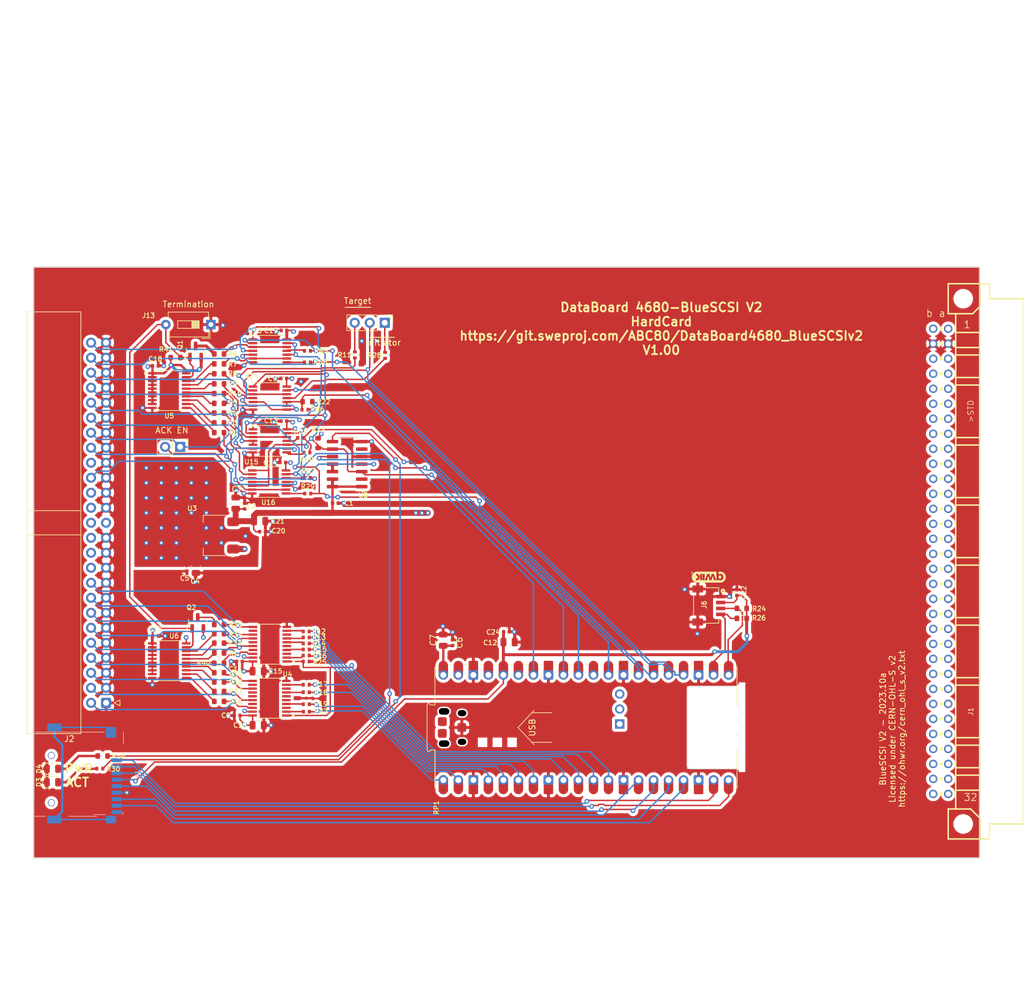
<source format=kicad_pcb>
(kicad_pcb
	(version 20240108)
	(generator "pcbnew")
	(generator_version "8.0")
	(general
		(thickness 1.6)
		(legacy_teardrops no)
	)
	(paper "A4")
	(title_block
		(title "4680-BlueSCSI V2, ")
		(date "2024-12-13")
		(rev "1.00")
		(company "SweProj.com")
	)
	(layers
		(0 "F.Cu" signal)
		(1 "In1.Cu" signal)
		(2 "In2.Cu" signal)
		(31 "B.Cu" signal)
		(32 "B.Adhes" user "B.Adhesive")
		(33 "F.Adhes" user "F.Adhesive")
		(34 "B.Paste" user)
		(35 "F.Paste" user)
		(36 "B.SilkS" user "B.Silkscreen")
		(37 "F.SilkS" user "F.Silkscreen")
		(38 "B.Mask" user)
		(39 "F.Mask" user)
		(40 "Dwgs.User" user "User.Drawings")
		(41 "Cmts.User" user "User.Comments")
		(42 "Eco1.User" user "User.Eco1")
		(43 "Eco2.User" user "User.Eco2")
		(44 "Edge.Cuts" user)
		(45 "Margin" user)
		(46 "B.CrtYd" user "B.Courtyard")
		(47 "F.CrtYd" user "F.Courtyard")
		(48 "B.Fab" user)
		(49 "F.Fab" user)
	)
	(setup
		(stackup
			(layer "F.SilkS"
				(type "Top Silk Screen")
			)
			(layer "F.Paste"
				(type "Top Solder Paste")
			)
			(layer "F.Mask"
				(type "Top Solder Mask")
				(thickness 0.01)
			)
			(layer "F.Cu"
				(type "copper")
				(thickness 0.035)
			)
			(layer "dielectric 1"
				(type "prepreg")
				(thickness 0.1)
				(material "FR4")
				(epsilon_r 4.5)
				(loss_tangent 0.02)
			)
			(layer "In1.Cu"
				(type "copper")
				(thickness 0.035)
			)
			(layer "dielectric 2"
				(type "core")
				(thickness 1.24)
				(material "FR4")
				(epsilon_r 4.5)
				(loss_tangent 0.02)
			)
			(layer "In2.Cu"
				(type "copper")
				(thickness 0.035)
			)
			(layer "dielectric 3"
				(type "prepreg")
				(thickness 0.1)
				(material "FR4")
				(epsilon_r 4.5)
				(loss_tangent 0.02)
			)
			(layer "B.Cu"
				(type "copper")
				(thickness 0.035)
			)
			(layer "B.Mask"
				(type "Bottom Solder Mask")
				(thickness 0.01)
			)
			(layer "B.Paste"
				(type "Bottom Solder Paste")
			)
			(layer "B.SilkS"
				(type "Bottom Silk Screen")
			)
			(copper_finish "None")
			(dielectric_constraints no)
		)
		(pad_to_mask_clearance 0)
		(allow_soldermask_bridges_in_footprints no)
		(aux_axis_origin 100 63.8)
		(pcbplotparams
			(layerselection 0x00010fc_ffffffff)
			(plot_on_all_layers_selection 0x0000000_00000000)
			(disableapertmacros no)
			(usegerberextensions no)
			(usegerberattributes yes)
			(usegerberadvancedattributes yes)
			(creategerberjobfile yes)
			(dashed_line_dash_ratio 12.000000)
			(dashed_line_gap_ratio 3.000000)
			(svgprecision 6)
			(plotframeref no)
			(viasonmask no)
			(mode 1)
			(useauxorigin no)
			(hpglpennumber 1)
			(hpglpenspeed 20)
			(hpglpendiameter 15.000000)
			(pdf_front_fp_property_popups yes)
			(pdf_back_fp_property_popups yes)
			(dxfpolygonmode yes)
			(dxfimperialunits yes)
			(dxfusepcbnewfont yes)
			(psnegative no)
			(psa4output no)
			(plotreference yes)
			(plotvalue yes)
			(plotfptext yes)
			(plotinvisibletext no)
			(sketchpadsonfab no)
			(subtractmaskfromsilk no)
			(outputformat 1)
			(mirror no)
			(drillshape 0)
			(scaleselection 1)
			(outputdirectory "gerber")
		)
	)
	(net 0 "")
	(net 1 "GND")
	(net 2 "+2V8")
	(net 3 "+5V")
	(net 4 "iATN")
	(net 5 "oIO")
	(net 6 "oREQ")
	(net 7 "oSEL")
	(net 8 "oBSY")
	(net 9 "SD_CLK")
	(net 10 "oCD_iSEL")
	(net 11 "ATN")
	(net 12 "BSY")
	(net 13 "DBP")
	(net 14 "ACK")
	(net 15 "RST")
	(net 16 "MSG")
	(net 17 "SEL")
	(net 18 "CD")
	(net 19 "REQ")
	(net 20 "IO")
	(net 21 "DB7")
	(net 22 "DB6")
	(net 23 "DB5")
	(net 24 "DB4")
	(net 25 "DB3")
	(net 26 "DB2")
	(net 27 "DB1")
	(net 28 "DB0")
	(net 29 "+3V3")
	(net 30 "oMSG_iBSY")
	(net 31 "+5F")
	(net 32 "SD_CMD_MOSI")
	(net 33 "DB4T")
	(net 34 "DB5T")
	(net 35 "DB6T")
	(net 36 "DB7T")
	(net 37 "DBPT")
	(net 38 "DB0T")
	(net 39 "DB1T")
	(net 40 "DB3T")
	(net 41 "DB2T")
	(net 42 "SD_D0_MISO")
	(net 43 "DBPTr")
	(net 44 "Net-(D3-A)")
	(net 45 "Net-(D4-A)")
	(net 46 "SD_D1")
	(net 47 "SD_D2")
	(net 48 "unconnected-(J2-Pin_22-Pad22)")
	(net 49 "unconnected-(J2-Pin_20-Pad20)")
	(net 50 "unconnected-(J2-Pin_25-Pad25)")
	(net 51 "SD_D3_CS")
	(net 52 "iRST")
	(net 53 "unconnected-(J2-Pin_24-Pad24)")
	(net 54 "iACK")
	(net 55 "unconnected-(J2-Pin_30-Pad30)")
	(net 56 "unconnected-(J2-Pin_28-Pad28)")
	(net 57 "unconnected-(J2-Pin_34-Pad34)")
	(net 58 "SCL")
	(net 59 "iSEL")
	(net 60 "TRM_ON_J")
	(net 61 "unconnected-(J4-SHIELD-Pad10)")
	(net 62 "unconnected-(J4-CD-Pad9)")
	(net 63 "unconnected-(U8-Pad2)")
	(net 64 "Net-(J10-Pin_3)")
	(net 65 "Net-(J10-Pin_1)")
	(net 66 "Net-(R56-Pad1)")
	(net 67 "Net-(U8-Pad11)")
	(net 68 "Net-(Q1-D)")
	(net 69 "iBSY")
	(net 70 "iCD")
	(net 71 "iMSG")
	(net 72 "iIO")
	(net 73 "oACK")
	(net 74 "iREQ")
	(net 75 "SDA")
	(net 76 "Net-(Q2-D)")
	(net 77 "Net-(U5-B8)")
	(net 78 "Net-(U5-B7)")
	(net 79 "Net-(U5-B6)")
	(net 80 "Net-(U5-B5)")
	(net 81 "Net-(U5-B1)")
	(net 82 "Net-(U5-B2)")
	(net 83 "Net-(U5-B3)")
	(net 84 "Net-(U5-B4)")
	(net 85 "Net-(RP1-G8)")
	(net 86 "Net-(RP1-G7)")
	(net 87 "Net-(RP1-G6)")
	(net 88 "Net-(RP1-G5)")
	(net 89 "Net-(RP1-G4)")
	(net 90 "Net-(RP1-G3)")
	(net 91 "!oBSY")
	(net 92 "Net-(RP1-G2)")
	(net 93 "Net-(RP1-G1)")
	(net 94 "Net-(RP1-G0)")
	(net 95 "Net-(RP1-G28)")
	(net 96 "unconnected-(RP1-ADC_VREF-Pad35)")
	(net 97 "unconnected-(RP1-3v3_EN-Pad37)")
	(net 98 "unconnected-(RP1-VSYS-Pad39)")
	(net 99 "unconnected-(RP1-RUN-Pad30)")
	(net 100 "unconnected-(U4-B5-Pad14)")
	(net 101 "unconnected-(U4-A5-Pad6)")
	(net 102 "USB_DM")
	(net 103 "USB_DP")
	(net 104 "ACKDr")
	(net 105 "Net-(R30-Pad1)")
	(net 106 "unconnected-(U8-Pad6)")
	(net 107 "unconnected-(U4-A2-Pad3)")
	(net 108 "unconnected-(U4-B4-Pad15)")
	(net 109 "unconnected-(U4-A7-Pad8)")
	(net 110 "unconnected-(U4-B2-Pad17)")
	(net 111 "unconnected-(U4-B7-Pad12)")
	(net 112 "unconnected-(U4-A4-Pad5)")
	(net 113 "unconnected-(U9-B7-Pad12)")
	(net 114 "unconnected-(U9-B4-Pad15)")
	(net 115 "unconnected-(U9-A2-Pad3)")
	(net 116 "unconnected-(U9-A7-Pad8)")
	(net 117 "unconnected-(U9-A4-Pad5)")
	(net 118 "unconnected-(U9-B2-Pad17)")
	(net 119 "unconnected-(J1-Pin_b9-PadB9)")
	(net 120 "unconnected-(J1-Pin_a26-PadA26)")
	(net 121 "unconnected-(J1-Pin_b18-PadB18)")
	(net 122 "unconnected-(J1-Pin_b4-PadB4)")
	(net 123 "unconnected-(J1-Pin_a28-PadA28)")
	(net 124 "unconnected-(J1-Pin_b3-PadB3)")
	(net 125 "unconnected-(J1-Pin_a19-PadA19)")
	(net 126 "unconnected-(J1-Pin_a8-PadA8)")
	(net 127 "unconnected-(J1-Pin_a17-PadA17)")
	(net 128 "unconnected-(J1-Pin_a9-PadA9)")
	(net 129 "unconnected-(J1-Pin_a22-PadA22)")
	(net 130 "unconnected-(J1-Pin_a30-PadA30)")
	(net 131 "unconnected-(J1-Pin_b12-PadB12)")
	(net 132 "unconnected-(J1-Pin_b23-PadB23)")
	(net 133 "unconnected-(J1-Pin_a27-PadA27)")
	(net 134 "unconnected-(J1-Pin_b11-PadB11)")
	(net 135 "unconnected-(J1-Pin_a5-PadA5)")
	(net 136 "unconnected-(J1-Pin_a3-PadA3)")
	(net 137 "unconnected-(J1-Pin_a10-PadA10)")
	(net 138 "unconnected-(J1-Pin_a4-PadA4)")
	(net 139 "unconnected-(J1-Pin_a13-PadA13)")
	(net 140 "unconnected-(J1-Pin_b26-PadB26)")
	(net 141 "unconnected-(J1-Pin_b20-PadB20)")
	(net 142 "unconnected-(J1-Pin_b22-PadB22)")
	(net 143 "unconnected-(J1-Pin_b28-PadB28)")
	(net 144 "unconnected-(J1-Pin_a15-PadA15)")
	(net 145 "unconnected-(J1-Pin_b19-PadB19)")
	(net 146 "unconnected-(J1-Pin_a7-PadA7)")
	(net 147 "unconnected-(J1-Pin_b6-PadB6)")
	(net 148 "unconnected-(J1-Pin_a12-PadA12)")
	(net 149 "unconnected-(J1-Pin_b25-PadB25)")
	(net 150 "unconnected-(J1-Pin_b30-PadB30)")
	(net 151 "unconnected-(J1-Pin_b1-PadB1)")
	(net 152 "unconnected-(J1-Pin_b21-PadB21)")
	(net 153 "unconnected-(J1-Pin_a25-PadA25)")
	(net 154 "unconnected-(J1-Pin_b29-PadB29)")
	(net 155 "unconnected-(J1-Pin_b17-PadB17)")
	(net 156 "unconnected-(J1-Pin_b7-PadB7)")
	(net 157 "unconnected-(J1-Pin_a18-PadA18)")
	(net 158 "unconnected-(J1-Pin_a20-PadA20)")
	(net 159 "unconnected-(J1-Pin_b15-PadB15)")
	(net 160 "unconnected-(J1-Pin_b32-PadB32)")
	(net 161 "unconnected-(J1-Pin_b8-PadB8)")
	(net 162 "unconnected-(J1-Pin_a6-PadA6)")
	(net 163 "unconnected-(J1-Pin_a23-PadA23)")
	(net 164 "unconnected-(J1-Pin_b27-PadB27)")
	(net 165 "unconnected-(J1-Pin_a1-PadA1)")
	(net 166 "unconnected-(J1-Pin_b13-PadB13)")
	(net 167 "unconnected-(J1-Pin_b16-PadB16)")
	(net 168 "unconnected-(J1-Pin_a14-PadA14)")
	(net 169 "unconnected-(J1-Pin_b5-PadB5)")
	(net 170 "unconnected-(J1-Pin_a32-PadA32)")
	(net 171 "unconnected-(J1-Pin_b10-PadB10)")
	(net 172 "unconnected-(J1-Pin_a16-PadA16)")
	(net 173 "unconnected-(J1-Pin_b14-PadB14)")
	(net 174 "unconnected-(J1-Pin_a11-PadA11)")
	(net 175 "unconnected-(J1-Pin_a21-PadA21)")
	(net 176 "unconnected-(J1-Pin_b24-PadB24)")
	(net 177 "unconnected-(J1-Pin_a29-PadA29)")
	(net 178 "unconnected-(J1-Pin_a24-PadA24)")
	(net 179 "Net-(U6-B3)")
	(net 180 "Net-(U6-B2)")
	(net 181 "Net-(U6-B1)")
	(net 182 "Net-(U6-B8)")
	(net 183 "Net-(U6-B7)")
	(net 184 "Net-(U6-B6)")
	(net 185 "Net-(U6-B5)")
	(net 186 "Net-(U6-B4)")
	(net 187 "unconnected-(RP1-ADC_VREF-Pad35)_1")
	(net 188 "unconnected-(RP1-VSYS-Pad39)_1")
	(net 189 "unconnected-(RP1-3v3_EN-Pad37)_1")
	(net 190 "unconnected-(RP1-RUN-Pad30)_1")
	(footprint "Capacitor_SMD:C_0805_2012Metric" (layer "F.Cu") (at 114.173 99.949 90))
	(footprint "Capacitor_SMD:C_0805_2012Metric" (layer "F.Cu") (at 107.442 110.81 -90))
	(footprint "Package_TO_SOT_SMD:SOT-223-3_TabPin2" (layer "F.Cu") (at 110.592 105.41 180))
	(footprint "Capacitor_SMD:C_0402_1005Metric" (layer "F.Cu") (at 131.036 99.949))
	(footprint "Capacitor_SMD:C_0402_1005Metric" (layer "F.Cu") (at 115.697 100.457 90))
	(footprint "Capacitor_SMD:C_0402_1005Metric" (layer "F.Cu") (at 105.918 110.97 -90))
	(footprint "Capacitor_SMD:C_0805_2012Metric" (layer "F.Cu") (at 160.4264 123.4694))
	(footprint "Resistor_SMD:R_0402_1005Metric" (layer "F.Cu") (at 126.1384 135.255 180))
	(footprint "Resistor_SMD:R_0603_1608Metric" (layer "F.Cu") (at 91.6686 142.748 180))
	(footprint "Resistor_SMD:R_0402_1005Metric" (layer "F.Cu") (at 125.9078 84.1248 180))
	(footprint "Resistor_SMD:R_0402_1005Metric" (layer "F.Cu") (at 91.186 144.8816 180))
	(footprint "Package_TO_SOT_SMD:SOT-23" (layer "F.Cu") (at 107.3912 74.2927 90))
	(footprint "Resistor_SMD:R_0603_1608Metric" (layer "F.Cu") (at 111.3793 128.6486))
	(footprint "Capacitor_SMD:C_0402_1005Metric" (layer "F.Cu") (at 100.612 122.428))
	(footprint "Resistor_SMD:R_0402_1005Metric" (layer "F.Cu") (at 126.113 125.73 180))
	(footprint "Resistor_SMD:R_0603_1608Metric" (layer "F.Cu") (at 111.379 84.709))
	(footprint "Resistor_SMD:R_0603_1608Metric" (layer "F.Cu") (at 199.788741 117.752345))
	(footprint "Resistor_SMD:R_0402_1005Metric" (layer "F.Cu") (at 126.2614 95.6564))
	(footprint "Connector_IDC:IDC-Header_2x25_P2.54mm_Horizontal" (layer "F.Cu") (at 92.25 133.75 180))
	(footprint "Resistor_SMD:R_0603_1608Metric" (layer "F.Cu") (at 111.3793 123.6448))
	(footprint "Package_SO:TSSOP-20_4.4x6.5mm_P0.65mm" (layer "F.Cu") (at 102.9385 80.895))
	(footprint "Resistor_SMD:R_0603_1608Metric" (layer "F.Cu") (at 111.3831 133.5))
	(footprint "Resistor_SMD:R_0603_1608Metric" (layer "F.Cu") (at 111.379 83.058))
	(footprint "Package_SO:TSSOP-14_4.4x5mm_P0.65mm" (layer "F.Cu") (at 119.9565 82.169))
	(footprint "BlackSASI:FAB64Q"
		(layer "F.Cu")
		(uuid "26208410-b861-443a-96ab-4be8c1b4e911")
		(at 237.25 109.8)
		(descr "<b>DIN 41612 CONNECTOR</b>\n<p>\nMale, 64 pins, type B, rows ab, grid 2.54 mm<br />\nFemale, 64 bits, type Q, rows ab, grid 2.54 mm<br />\nB mates with Q, but pin numbers reversed\n</p>")
		(property "Reference" "J1"
			(at 1.27 25.4 90)
			(layer "F.SilkS")
			(uuid "13087239-ed6a-43c7-b15a-24cec44e09eb")
			(effects
				(font
					(size 0.8 0.8)
					(thickness 0.12065)
				)
			)
		)
		(property "Value" "Conn_02x32_Row_Letter_First"
			(at 1.27 5.1054 90)
			(layer "F.Fab")
			(uuid "6247e465-381f-4619-8f0a-f9e43208278e")
			(effects
				(font
					(size 1.2065 1.2065)
					(thickness 0.12065)
				)
			)
		)
		(property "Footprint" "BlackSASI:FAB64Q"
			(at 0 0 0)
			(layer "F.Fab")
			(hide yes)
			(uuid "d027eda5-0b2f-421a-a229-90d8e6b161e1")
			(effects
				(font
					(size 1.27 1.27)
					(thickness 0.15)
				)
			)
		)
		(property "Datasheet" ""
			(at 0 0 0)
			(layer "F.Fab")
			(hide yes)
			(uuid "20ec8b47-169f-427a-a1cf-5fdfef213965")
			(effects
				(font
					(size 1.27 1.27)
					(thickness 0.15)
				)
			)
		)
		(property "Description" "Generic connector, double row, 02x32, row letter first pin numbering scheme (pin number consists of a letter for the row and a number for the pin index in this row. a1, ..., aN; b1, ..., bN), script generated (kicad-library-utils/schlib/autogen/connector/)"
			(at 0 0 0)
			(layer "F.Fab")
			(hide yes)
			(uuid "f08dad7b-b8e7-42e9-9ba5-c348c261e890")
			(effects
				(font
					(size 1.27 1.27)
					(thickness 0.15)
				)
			)
		)
		(property "JLC Part#" ""
			(at 0 0 0)
			(unlocked yes)
			(layer "F.Fab")
			(hide yes)
			(uuid "19db3a7e-b123-427f-a3fd-8724e1b058f8")
			(effects
				(font
					(size 1 1)
					(thickness 0.15)
				)
			)
		)
		(property ki_fp_filters "Connector*:*_2x??_*")
		(path "/f03a5fc0-9798-4033-842c-4371c8fa3a63/0da800b7-5ded-4613-a609-6dc6dede600b")
		(sheetname "SCSI_And_Power")
		(sheetfile "SCSI_And_Power.kicad_sch")
		(attr through_hole)
		(fp_line
			(start -2.54 -46.99)
			(end -2.54 -41.91)
			(stroke
				(width 0.254)
				(type solid)
			)
			(layer "F.SilkS")
			(uuid "7fe355ae-2b60-419b-8ca9-7b773909a919")
		)
		(fp_line
			(start -2.54 -41.91)
			(end -1.27 -41.91)
			(stroke
				(width 0.254)
				(type solid)
			)
			(layer "F.SilkS")
			(uuid "ca1eea0f-6eec-4e05-80d6-f9e06a356ad1")
		)
		(fp_line
			(start -2.54 41.91)
			(end -2.54 46.99)
			(stroke
				(width 0.254)
				(type solid)
			)
			(layer "F.SilkS")
			(uuid "747409f7-f7e6-403b-8eb1-5e72662ec4c1")
		)
		(fp_line
			(start -2.54 41.91)
			(end -1.27 41.91)
			(stroke
				(width 0.254)
				(type solid)
			)
			(layer "F.SilkS")
			(uuid "9d42bcf1-305e-4df9-9642-4a9807f0269d")
		)
		(fp_line
			(start -2.54 46.99)
			(end 2.8702 46.99)
			(stroke
				(width 0.254)
				(type solid)
			)
			(layer "F.SilkS")
			(uuid "3e519f2c-1d97-4dc1-b426-e217a2f6715a")
		)
		(fp_line
			(start -1.27 -41.91)
			(end -1.27 -38.735)
			(stroke
				(width 0.254)
				(type solid)
			)
			(layer "F.SilkS")
			(uuid "c29f44a0-7057-40a5-8b1b-3f708fc410d9")
		)
		(fp_line
			(start -1.27 -41.91)
			(end 1.6002 -41.91)
			(stroke
				(width 0.254)
				(type solid)
			)
			(layer "F.SilkS")
			(uuid "5e33f08f-357a-45af-be65-18a5f560d149")
		)
		(fp_line
			(start -1.27 -38.735)
			(end -1.27 -36.195)
			(stroke
				(width 0.254)
				(type solid)
			)
			(layer "F.SilkS")
			(uuid "a8d1c501-979d-45c0-a2d5-c4c5b1bffe42")
		)
		(fp_line
			(start -1.27 -36.195)
			(end -1.27 -34.925)
			(stroke
				(width 0.254)
				(type solid)
			)
			(layer "F.SilkS")
			(uuid "f1031821-08fa-43c6-a8ec-9ad6491f88ee")
		)
		(fp_line
			(start -1.27 -34.925)
			(end -1.27 -31.115)
			(stroke
				(width 0.254)
				(type solid)
			)
			(layer "F.SilkS")
			(uuid "9a4aa2cb-8636-47b9-9dc5-22e90707da90")
		)
		(fp_line
			(start -1.27 -31.115)
			(end -1.27 -29.845)
			(stroke
				(width 0.254)
				(type solid)
			)
			(layer "F.SilkS")
			(uuid "14b5d4bd-ef60-445b-9e3a-ff45b7e111f5")
		)
		(fp_line
			(start -1.27 -29.845)
			(end -1.27 -20.955)
			(stroke
				(width 0.254)
				(type solid)
			)
			(layer "F.SilkS")
			(uuid "020b770c-6288-4c35-a64d-cff6006c4bd6")
		)
		(fp_line
			(start -1.27 -20.955)
			(end -1.27 -19.685)
			(stroke
				(width 0.254)
				(type solid)
			)
			(layer "F.SilkS")
			(uuid "2a344c93-ff9a-4149-8601-597681d1c130")
		)
		(fp_line
			(start -1.27 -19.685)
			(end -1.27 -10.795)
			(stroke
				(width 0.254)
				(type solid)
			)
			(layer "F.SilkS")
			(uuid "3551ea3d-4a5a-4e7a-a9d1-e6cead56cfad")
		)
		(fp_line
			(start -1.27 -10.795)
			(end -1.27 -9.525)
			(stroke
				(width 0.254)
				(type solid)
			)
			(layer "F.SilkS")
			(uuid "c742c6fa-fe37-41fd-aa9c-94d9784ff366")
		)
		(fp_line
			(start -1.27 -9.525)
			(end -1.27 -0.635)
			(stroke
				(width 0.254)
				(type solid)
			)
			(layer "F.SilkS")
			(uuid "40802b4a-bde8-4270-b283-d48de14e2940")
		)
		(fp_line
			(start -1.27 -0.635)
			(end -1.27 0.635)
			(stroke
				(width 0.254)
				(type solid)
			)
			(layer "F.SilkS")
			(uuid "7e5e78a6-db3e-4d72-adea-da016d8b50b7")
		)
		(fp_line
			(start -1.27 0.635)
			(end -1.27 9.525)
			(stroke
				(width 0.254)
				(type solid)
			)
			(layer "F.SilkS")
			(uuid "ea9317b7-fbb6-45ef-9734-2d7e2d0c1c4b")
		)
		(fp_line
			(start -1.27 9.525)
			(end -1.27 10.795)
			(stroke
				(width 0.254)
				(type solid)
			)
			(layer "F.SilkS")
			(uuid "6ef6cc35-22ff-456b-b5ca-3e8989abc4aa")
		)
		(fp_line
			(start -1.27 10.795)
			(end -1.27 19.685)
			(stroke
				(width 0.254)
				(type solid)
			)
			(layer "F.SilkS")
			(uuid "c0acbf16-6105-4222-82c0-f139af1464df")
		)
		(fp_line
			(start -1.27 19.685)
			(end -1.27 20.955)
			(stroke
				(width 0.254)
				(type solid)
			)
			(layer "F.SilkS")
			(uuid "ca96b7e3-84a6-425e-99c0-0ce1c647a6e8")
		)
		(fp_line
			(start -1.27 20.955)
			(end -1.27 29.845)
			(stroke
				(width 0.254)
				(type solid)
			)
			(layer "F.SilkS")
			(uuid "330dbb8a-4b18-4a61-a1f3-037b91e215dc")
		)
		(fp_line
			(start -1.27 29.845)
			(end -1.27 31.115)
			(stroke
				(width 0.254)
				(type solid)
			)
			(layer "F.SilkS")
			(uuid "5fdf6a28-2b27-4159-81b7-ece58a025484")
		)
		(fp_line
			(start -1.27 31.115)
			(end -1.27 34.925)
			(stroke
				(width 0.254)
				(type solid)
			)
			(layer "F.SilkS")
			(uuid "a8229095-8e57-453a-8daa-5478505adf88")
		)
		(fp_line
			(start -1.27 34.925)
			(end -1.27 36.195)
			(stroke
				(width 0.254)
				(type solid)
			)
			(layer "F.SilkS")
			(uuid "9c3dcb23-dd18-4d3b-b295-374cc9954177")
		)
		(fp_line
			(start -1.27 36.195)
			(end -1.27 38.735)
			(stroke
				(width 0.254)
				(type solid)
			)
			(layer "F.SilkS")
			(uuid "11cd697a-6a19-477f-9092-fa42d0667cb8")
		)
		(fp_line
			(start -1.27 38.735)
			(end -1.27 41.91)
			(stroke
				(width 0.254)
				(type solid)
			)
			(layer "F.SilkS")
			(uuid "9b79be80-9070-4cf0-9b6c-38c0df5055cf")
		)
		(fp_line
			(start -1.27 41.91)
			(end 1.27 41.91)
			(stroke
				(width 0.254)
				(type solid)
			)
			(layer "F.SilkS")
			(uuid "1c46a719-d2b7-48f8-8b81-4ec08943bb79")
		)
		(fp_line
			(start 1.6002 -41.91)
			(end 2.8702 -43.18)
			(stroke
				(width 0.254)
				(type solid)
			)
			(layer "F.SilkS")
			(uuid "3c7a5e40-d751-48d1-9673-51392235952d")
		)
		(fp_line
			(start 2.794 -38.735)
			(end -1.27 -38.735)
			(stroke
				(width 0.254)
				(type solid)
			)
			(layer "F.SilkS")
			(uuid "68ca1535-9261-4efd-ad33-3c9298c72c97")
		)
		(fp_line
			(start 2.794 -38.735)
			(end 2.794 -36.195)
			(stroke
				(width 0.254)
				(type solid)
			)
			(layer "F.SilkS")
			(uuid "93d99937-4db7-46c9-a190-ef6e94f0e64e")
		)
		(fp_line
			(start 2.794 -36.195)
			(end -1.27 -36.195)
			(stroke
				(width 0.254)
				(type solid)
			)
			(layer "F.SilkS")
			(uuid "0bddc830-6382-4a58-acc2-8bbe88aedcbd")
		)
		(fp_line
			(start 2.794 -34.925)
			(end -1.27 -34.925)
			(stroke
				(width 0.254)
				(type solid)
			)
			(layer "F.SilkS")
			(uuid "55824bad-f6dc-45d6-9473-ae95904cd953")
		)
		(fp_line
			(start 2.794 -34.925)
			(end 2.794 -31.115)
			(stroke
				(width 0.254)
				(type solid)
			)
			(layer "F.SilkS")
			(uuid "013d383d-67b6-40f0-a5e6-8e72efd64702")
		)
		(fp_line
			(start 2.794 -31.115)
			(end -1.27 -31.115)
			(stroke
				(width 0.254)
				(type solid)
			)
			(layer "F.SilkS")
			(uuid "6cdb74f4-6802-4a22-b292-4f763b027661")
		)
		(fp_line
			(start 2.794 -29.845)
			(end -1.27 -29.845)
			(stroke
				(width 0.254)
				(type solid)
			)
			(layer "F.SilkS")
			(uuid "6d195c0a-c6b4-43ec-9385-cc27946e430f")
		)
		(fp_line
			(start 2.794 -29.845)
			(end 2.794 -20.955)
			(stroke
				(width 0.254)
				(type solid)
			)
			(layer "F.SilkS")
			(uuid "6c872904-2ec4-45bc-ab7f-1f7ec00fde5a")
		)
		(fp_line
			(start 2.794 -20.955)
			(end -1.27 -20.955)
			(stroke
				(width 0.254)
				(type solid)
			)
			(layer "F.SilkS")
			(uuid "689f1c0b-2b17-441f-8c9e-39f6ffbf693a")
		)
		(fp_line
			(start 2.794 -19.685)
			(end -1.27 -19.685)
			(stroke
				(width 0.254)
				(type solid)
			)
			(layer "F.SilkS")
			(uuid "24bb3102-572c-4d1c-9d25-68b2681b9739")
		)
		(fp_line
			(start 2.794 -19.685)
			(end 2.794 -10.795)
			(stroke
				(width 0.254)
				(type solid)
			)
			(layer "F.SilkS")
			(uuid "e2118888-8a24-4b1b-ab1d-84b68ac0f39a")
		)
		(fp_line
			(start 2.794 -10.795)
			(end -1.27 -10.795)
			(stroke
				(width 0.254)
				(type solid)
			)
			(layer "F.SilkS")
			(uuid "3fc71316-f997-4172-80b6-37c595c434cf")
		)
		(fp_line
			(start 2.794 -9.525)
			(end -1.27 -9.525)
			(stroke
				(width 0.254)
				(type solid)
			)
			(layer "F.SilkS")
			(uuid "61ccc254-1e50-4750-8b03-738a1ac652a4")
		)
		(fp_line
			(start 2.794 -9.525)
			(end 2.794 -0.635)
			(stroke
				(width 0.254)
				(type solid)
			)
			(layer "F.SilkS")
			(uuid "52a6bcc5-3aaf-4952-bad4-efc5c1b55344")
		)
		(fp_line
			(start 2.794 -0.635)
			(end -1.27 -0.635)
			(stroke
				(width 0.254)
				(type solid)
			)
			(layer "F.SilkS")
			(uuid "e83e3a9f-7c28-4fec-b426-63f479d77671")
		)
		(fp_line
			(start 2.794 0.635)
			(end -1.27 0.635)
			(stroke
				(width 0.254)
				(type solid)
			)
			(layer "F.SilkS")
			(uuid "92a2884d-a2bf-4eb4-a201-06aa63c126de")
		)
		(fp_line
			(start 2.794 0.635)
			(end 2.794 9.525)
			(stroke
				(width 0.254)
				(type solid)
			)
			(layer "F.SilkS")
			(uuid "b8574c7f-c44e-4fec-a696-ff4dbee517b5")
		)
		(fp_line
			(start 2.794 9.525)
			(end -1.27 9.525)
			(stroke
				(width 0.254)
				(type solid)
			)
			(layer "F.SilkS")
			(uuid "c46228b6-7b29-4579-a7ee-4c8152738428")
		)
		(fp_line
			(start 2.794 10.795)
			(end -1.27 10.795)
			(stroke
				(width 0.254)
				(type solid)
			)
			(layer "F.SilkS")
			(uuid "de80f79b-4205-4091-8116-30e6df6c0c1a")
		)
		(fp_line
			(start 2.794 10.795)
			(end 2.794 19.685)
			(stroke
				(width 0.254)
				(type solid)
			)
			(layer "F.SilkS")
			(uuid "05627e56-bbdf-4ee4-8bdb-2e5ebc14362e")
		)
		(fp_line
			(start 2.794 19.685)
			(end -1.27 19.685)
			(stroke
				(width 0.254)
				(type solid)
			)
			(layer "F.SilkS")
			(uuid "2b1fe4c1-610a-4cf2-8968-98e3f8f2297e")
		)
		(fp_line
			(start 2.794 20.955)
			(end -1.27 20.955)
			(stroke
				(width 0.254)
				(type solid)
			)
			(layer "F.SilkS")
			(uuid "3e3a18aa-eed5-4fa4-a364-5f1d07cb675b")
		)
		(fp_line
			(start 2.794 20.955)
			(end 2.794 29.845)
			(stroke
				(width 0.254)
				(type solid)
			)
			(layer "F.SilkS")
			(uuid "543e681b-53f9-4210-b717-ffc7b9d635af")
		)
		(fp_line
			(start 2.794 29.845)
			(end -1.27 29.845)
			(stroke
				(width 0.254)
				(type solid)
			)
			(layer "F.SilkS")
			(uuid "e7c3cca8-c65f-4cd8-8196-7c1dfd0377d8")
		)
		(fp_line
			(start 2.794 31.115)
			(end -1.27 31.115)
			(stroke
				(width 0.254)
				(type solid)
			)
			(layer "F.SilkS")
			(uuid "9497d1cb-95d7-4aa0-a530-4be000a8cc0d")
		)
		(fp_line
			(start 2.794 31.115)
			(end 2.794 34.925)
			(stroke
				(width 0.254)
				(type solid)
			)
			(layer "F.SilkS")
			(uuid "45eb00da-c09d-473a-bd8d-3cb78bb74aa9")
		)
		(fp_line
			(start 2.794 34.925)
			(end -1.27 34.925)
			(stroke
				(width 0.254)
				(type solid)
			)
			(layer "F.SilkS")
			(uuid "e0edd9a1-59d1-44b0-bb94-d6d8239984c3")
		)
		(fp_line
			(start 2.794 36.195)
			(end -1.27 36.195)
			(stroke
				(width 0.254)
				(type solid)
			)
			(layer "F.SilkS")
			(uuid "f2896169-8e41-4390-a888-a9e7a65ef6d5")
		)
		(fp_line
			(start 2.794 36.195)
			(end 2.794 38.735)
			(stroke
				(width 0.254)
				(type solid)
			)
			(layer "F.SilkS")
			(uuid "373eec37-a790-4669-8468-ce8556bad29b")
		)
		(fp_line
			(start 2.794 38.735)
			(end -1.27 38.735)
			(stroke
				(width 0.254)
				(type solid)
			)
			(layer "F.SilkS")
			(uuid "5fe06bb1-21c5-4f09-ba32-4f43d333198b")
		)
		(fp_line
			(start 2.794 50.0126)
			(end 2.794 -50.0126)
			(stroke
				(width 0.12)
				(type solid)
			)
			(layer "F.SilkS")
			(uuid "2f6da1a4-b087-474f-899c-9c0f0d191682")
		)
		(fp_line
			(start 2.8702 -46.99)
			(end -2.54 -46.99)
			(stroke
				(width 0.254)
				(type solid)
			)
			(layer "F.SilkS")
			(uuid "e087bc04-9ed9-44d3-9eee-6b1506d90c16")
		)
		(fp_line
			(start 2.8702 -43.18)
			(end 2.8702 -46.99)
			(stroke
				(width 0.254)
				(type solid)
			)
			(layer "F.SilkS")
			(uuid "e45100a3-ad86-44da-9755-4bd83fc098a3")
		)
		(fp_line
			(start 2.8702 43.5102)
			(end 1.27 41.91)
			(stroke
				(width 0.254)
				(type solid)
			)
			(layer "F.SilkS")
			(uuid "2038847f-e0e4-4fa9-b5a7-0fa481e0c396")
		)
		(fp_line
			(start 2.8702 43.5102)
			(end 2.8702 46.99)
			(stroke
				(width 0.254)
				(type solid)
			)
			(layer "F.SilkS")
			(uuid "a7e6f98d-c6e0-4296-b20e-2e55d4ce2492")
		)
		(fp_line
			(start 2.8702 46.99)
			(end 4.445 46.99)
			(stroke
				(width 0.254)
				(type solid)
			)
			(layer "F.SilkS")
			(uuid "2e6df4de-7da2-488f-a682-d2816290f0e5")
		)
		(fp_line
			(start 4.445 -46.99)
			(end 2.8702 -46.99)
			(stroke
				(width 0.254)
				(type solid)
			)
			(layer "F.SilkS")
			(uuid "a5cff852-192d-4a28-8ee3-35be4d64236e")
		)
		(fp_line
			(start 4.445 -44.45)
			(end 4.445 -46.99)
			(stroke
				(width 0.254)
				(type solid)
			)
			(layer "F.SilkS")
			(uuid "c1ba7f98-1abb-458b-89ea-8ab8853b1e3a")
		)
		(fp_line
			(start 4.445 44.45)
			(end 10.16 44.45)
			(stroke
				(width 0.254)
				(type solid)
			)
			(layer "F.SilkS")
			(uuid "bf3a9abd-cc45-443e-b159-9c0020e2dd45")
		)
		(fp_line
			(start 4.445 46.99)
			(end 4.445 44.45)
			(stroke
				(width 0.254)
				(type solid)
			)
			(layer "F.SilkS")
			(uuid "4845cc1e-fbe1-4db1-8065-b3a59339efc6")
		)
		(fp_line
			(start 10.16 -44.45)
			(end 4.445 -44.45)
			(stroke
				(width 0.254)
				(type solid)
			)
			(layer "F.SilkS")
			(uuid "57f0b5f6-945b-433b-b255-94845596ec53")
		)
		(fp_line
			(start 10.16 44.45)
			(end 10.16 -44.45)
			(stroke
				(width 0.254)
				(type solid)
			)
			(layer "F.SilkS")
			(uuid "abc8892c-a38a-474c-9383-5712a75279f8")
		)
		(fp_circle
			(center 0 -44.45)
			(end 1.27 -44.45)
			(stroke
				(width 0.254)
				(type solid)
			)
			(fill none)
			(layer "F.SilkS")
			(uuid "0384e95f-b817-4fce-b670-596013b251c1")
		)
		(fp_circle
			(center 0 44.45)
			(end 1.27 44.45)
			(stroke
				(width 0.254)
				(type solid)
			)
			(fill none)
			(layer "F.SilkS")
			(uuid "bc197296-be97-4188-b31a-4765fffc8da7")
		)
		(fp_poly
			(pts
				(xy -4.191 -39.116) (xy -3.429 -39.116) (xy -3.429 -39.624) (xy -4.191 -39.624)
			)
			(stroke
				(width 0)
				(type solid)
			)
			(fill solid)
			(layer "F.SilkS")
			(uuid "cfed0a5a-e5a1-4ecb-9ac3-fa0b53f6680f")
		)
		(fp_poly
			(pts
				(xy -4.191 -36.576) (xy -3.429 -36.576) (xy -3.429 -37.084) (xy -4.191 -37.084)
			)
			(stroke
				(width 0)
				(type solid)
			)
			(fill solid)
			(layer "F.SilkS")
			(uuid "fff05cc0-bc44-495a-acd4-e1c850513e5d")
		)
		(fp_poly
			(pts
				(xy -4.191 -34.036) (xy -3.429 -34.036) (xy -3.429 -34.544) (xy -4.191 -34.544)
			)
			(stroke
				(width 0)
				(type solid)
			)
			(fill solid)
			(layer "F.SilkS")
			(uuid "756bc392-a319-41f8-949a-44f46ce46f59")
		)
		(fp_poly
			(pts
				(xy -4.191 -31.496) (xy -3.429 -31.496) (xy -3.429 -32.004) (xy -4.191 -32.004)
			)
			(stroke
				(width 0)
				(type solid)
			)
			(fill solid)
			(layer "F.SilkS")
			(uuid "54c521e8-670b-4b3e-a5d6-1934970a1771")
		)
		(fp_poly
			(pts
				(xy -4.191 -28.956) (xy -3.429 -28.956) (xy -3.429 -29.464) (xy -4.191 -29.464)
			)
			(stroke
				(width 0)
				(type solid)
			)
			(fill solid)
			(layer "F.SilkS")
			(uuid "23c9f790-0f57-4ec9-8cce-601fd01800c2")
		)
		(fp_poly
			(pts
				(xy -4.191 -26.416) (xy -3.429 -26.416) (xy -3.429 -26.924) (xy -4.191 -26.924)
			)
			(stroke
				(width 0)
				(type solid)
			)
			(fill solid)
			(layer "F.SilkS")
			(uuid "4a797197-9f15-4c65-8c33-433987a8ad6e")
		)
		(fp_poly
			(pts
				(xy -4.191 -23.876) (xy -3.429 -23.876) (xy -3.429 -24.384) (xy -4.191 -24.384)
			)
			(stroke
				(width 0)
				(type solid)
			)
			(fill solid)
			(layer "F.SilkS")
			(uuid "9a598164-3961-4fa6-a42c-aae4a22bda37")
		)
		(fp_poly
			(pts
				(xy -4.191 -21.336) (xy -3.429 -21.336) (xy -3.429 -21.844) (xy -4.191 -21.844)
			)
			(stroke
				(width 0)
				(type solid)
			)
			(fill solid)
			(layer "F.SilkS")
			(uuid "b03c16e8-1399-487b-8c1a-3e40a9372f1f")
		)
		(fp_poly
			(pts
				(xy -4.191 -18.796) (xy -3.429 -18.796) (xy -3.429 -19.304) (xy -4.191 -19.304)
			)
			(stroke
				(width 0)
				(type solid)
			)
			(fill solid)
			(layer "F.SilkS")
			(uuid "5c556d2c-ea83-49a3-a433-d9915ce5722f")
		)
		(fp_poly
			(pts
				(xy -4.191 -16.256) (xy -3.429 -16.256) (xy -3.429 -16.764) (xy -4.191 -16.764)
			)
			(stroke
				(width 0)
				(type solid)
			)
			(fill solid)
			(layer "F.SilkS")
			(uuid "1ad594cd-9d37-4030-91fc-d33c511b04ad")
		)
		(fp_poly
			(pts
				(xy -4.191 -13.716) (xy -3.429 -13.716) (xy -3.429 -14.224) (xy -4.191 -14.224)
			)
			(stroke
				(width 0)
				(type solid)
			)
			(fill solid)
			(layer "F.SilkS")
			(uuid "fd6e869f-ff83-4e3d-90e2-3215758f2ba6")
		)
		(fp_poly
			(pts
				(xy -4.191 -11.176) (xy -3.429 -11.176) (xy -3.429 -11.684) (xy -4.191 -11.684)
			)
			(stroke
				(width 0)
				(type solid)
			)
			(fill solid)
			(layer "F.SilkS")
			(uuid "0df4f498-a6f0-4536-966c-94c2816936c5")
		)
		(fp_poly
			(pts
				(xy -4.191 -8.636) (xy -3.429 -8.636) (xy -3.429 -9.144) (xy -4.191 -9.144)
			)
			(stroke
				(width 0)
				(type solid)
			)
			(fill solid)
			(layer "F.SilkS")
			(uuid "ec4ab9eb-a71a-45bf-94a4-4084a4073678")
		)
		(fp_poly
			(pts
				(xy -4.191 -6.096) (xy -3.429 -6.096) (xy -3.429 -6.604) (xy -4.191 -6.604)
			)
			(stroke
				(width 0)
				(type solid)
			)
			(fill solid)
			(layer "F.SilkS")
			(uuid "46da58b4-4f1a-4336-94fb-4e57e3630de0")
		)
		(fp_poly
			(pts
				(xy -4.191 -3.556) (xy -3.429 -3.556) (xy -3.429 -4.064) (xy -4.191 -4.064)
			)
			(stroke
				(width 0)
				(type solid)
			)
			(fill solid)
			(layer "F.SilkS")
			(uuid "33c6b068-8e36-4b9b-9c97-9e20eb62cff6")
		)
		(fp_poly
			(pts
				(xy -4.191 -1.016) (xy -3.429 -1.016) (xy -3.429 -1.524) (xy -4.191 -1.524)
			)
			(stroke
				(width 0)
				(type solid)
			)
			(fill solid)
			(layer "F.SilkS")
			(uuid "b156e0ef-0309-4b15-9bda-f56a1ef37688")
		)
		(fp_poly
			(pts
				(xy -4.191 1.524) (xy -3.429 1.524) (xy -3.429 1.016) (xy -4.191 1.016)
			)
			(stroke
				(width 0)
				(type solid)
			)
			(fill solid)
			(layer "F.SilkS")
			(uuid "663b9166-8708-4062-b82f-89a4d86c247b")
		)
		(fp_poly
			(pts
				(xy -4.191 4.064) (xy -3.429 4.064) (xy -3.429 3.556) (xy -4.191 3.556)
			)
			(stroke
				(width 0)
				(type solid)
			)
			(fill solid)
			(layer "F.SilkS")
			(uuid "26ee9e88-eb4b-48a6-b3fd-20316d735a03")
		)
		(fp_poly
			(pts
				(xy -4.191 6.604) (xy -3.429 6.604) (xy -3.429 6.096) (xy -4.191 6.096)
			)
			(stroke
				(width 0)
				(type solid)
			)
			(fill solid)
			(layer "F.SilkS")
			(uuid "5bd22dfd-4066-4e94-b273-69eb096a7940")
		)
		(fp_poly
			(pts
				(xy -4.191 9.144) (xy -3.429 9.144) (xy -3.429 8.636) (xy -4.191 8.636)
			)
			(stroke
				(width 0)
				(type solid)
			)
			(fill solid)
			(layer "F.SilkS")
			(uuid "f56b86f4-b0c0-42f8-839a-0bd677a77e23")
		)
		(fp_poly
			(pts
				(xy -4.191 11.684) (xy -3.429 11.684) (xy -3.429 11.176) (xy -4.191 11.176)
			)
			(stroke
				(width 0)
				(type solid)
			)
			(fill solid)
			(layer "F.SilkS")
			(uuid "9f64ab02-b0bd-4902-9062-503b70213721")
		)
		(fp_poly
			(pts
				(xy -4.191 14.224) (xy -3.429 14.224) (xy -3.429 13.716) (xy -4.191 13.716)
			)
			(stroke
				(width 0)
				(type solid)
			)
			(fill solid)
			(layer "F.SilkS")
			(uuid "0b1cdcc7-c7da-445d-9cbf-8fd33cc042b2")
		)
		(fp_poly
			(pts
				(xy -4.191 16.764) (xy -3.429 16.764) (xy -3.429 16.256) (xy -4.191 16.256)
			)
			(stroke
				(width 0)
				(type solid)
			)
			(fill solid)
			(layer "F.SilkS")
			(uuid "2c050c16-48fc-457f-b017-34af5c29b51b")
		)
		(fp_poly
			(pts
				(xy -4.191 19.304) (xy -3.429 19.304) (xy -3.429 18.796) (xy -4.191 18.796)
			)
			(stroke
				(width 0)
				(type solid)
			)
			(fill solid)
			(layer "F.SilkS")
			(uuid "ba535179-8df8-4d67-84a8-fa4cb0f064de")
		)
		(fp_poly
			(pts
				(xy -4.191 21.844) (xy -3.429 21.844) (xy -3.429 21.336) (xy -4.191 21.336)
			)
			(stroke
				(width 0)
				(type solid)
			)
			(fill solid)
			(layer "F.SilkS")
			(uuid "243698c6-e129-4b49-ac38-d8dd615f6a5b")
		)
		(fp_poly
			(pts
				(xy -4.191 24.384) (xy -3.429 24.384) (xy -3.429 23.876) (xy -4.191 23.876)
			)
			(stroke
				(width 0)
				(type solid)
			)
			(fill solid)
			(layer "F.SilkS")
			(uuid "4bae73d7-5cf8-4b8e-875e-f86c72c26f1a")
		)
		(fp_poly
			(pts
				(xy -4.191 26.924) (xy -3.429 26.924) (xy -3.429 26.416) (xy -4.191 26.416)
			)
			(stroke
				(width 0)
				(type solid)
			)
			(fill solid)
			(layer "F.SilkS")
			(uuid "612cb10f-44b7-4ca7-b618-4a0ae8127ec3")
		)
		(fp_poly
			(pts
				(xy -4.191 29.464) (xy -3.429 29.464) (xy -3.429 28.956) (xy -4.191 28.956)
			)
			(stroke
				(width 0)
				(type solid)
			)
			(fill solid)
			(layer "F.SilkS")
			(uuid "44930c6c-f7a1-4bcb-972e-f5a0b6a0bf33")
		)
		(fp_poly
			(pts
				(xy -4.191 32.004) (xy -3.429 32.004) (xy -3.429 31.496) (xy -4.191 31.496)
			)
			(stroke
				(width 0)
				(type solid)
			)
			(fill solid)
			(layer "F.SilkS")
			(uuid "11bb1f97-21d9-4e1c-bbfa-861b9a960652")
		)
		(fp_poly
			(pts
				(xy -4.191 34.544) (xy -3.429 34.544) (xy -3.429 34.036) (xy -4.191 34.036)
			)
			(stroke
				(width 0)
				(type solid)
			)
			(fill solid)
			(layer "F.SilkS")
			(uuid "e6828d35-10fd-4c45-9d3c-05e4e5a0facc")
		)
		(fp_poly
			(pts
				(xy -4.191 37.084) (xy -3.429 37.084) (xy -3.429 36.576) (xy -4.191 36.576)
			)
			(stroke
				(width 0)
				(type solid)
			)
			(fill solid)
			(layer "F.SilkS")
			(uuid "a2e4bd5c-4fa8-424e-af9e-8863f4e264fb")
		)
		(fp_poly
			(pts
				(xy -4.191 39.624) (xy -3.429 39.624) (xy -3.429 39.116) (xy -4.191 39.116)
			)
			(stroke
				(width 0)
				(type solid)
			)
			(fill solid)
			(layer "F.SilkS")
			(uuid "f566c6b7-2195-43e5-aaa9-14f240aae64a")
		)
		(fp_poly
			(pts
				(xy -1.651 -39.116) (xy -1.27 -39.116) (xy -1.27 -39.624) (xy -1.651 -39.624)
			)
			(stroke
				(width 0)
				(type solid)
			)
			(fill solid)
			(layer "F.SilkS")
			(uuid "395fd501-3b5d-412b-9b89-52991bf15bc9")
		)
		(fp_poly
			(pts
				(xy -1.651 -36.576) (xy -1.27 -36.576) (xy -1.27 -37.084) (xy -1.651 -37.084)
			)
			(stroke
				(width 0)
				(type solid)
			)
			(fill solid)
			(layer "F.SilkS")
			(uuid "7826e645-c7c8-41d0-8698-8c58ae00fb53")
		)
		(fp_poly
			(pts
				(xy -1.651 -34.036) (xy -1.27 -34.036) (xy -1.27 -34.544) (xy -1.651 -34.544)
			)
			(stroke
				(width 0)
				(type solid)
			)
			(fill solid)
			(layer "F.SilkS")
			(uuid "3439f572-d1cb-4390-8a3f-87f20ecc1b45")
		)
		(fp_poly
			(pts
				(xy -1.651 -31.496) (xy -1.27 -31.496) (xy -1.27 -32.004) (xy -1.651 -32.004)
			)
			(stroke
				(width 0)
				(type solid)
			)
			(fill solid)
			(layer "F.SilkS")
			(uuid "2a7a6df4-b0bf-4f65-b7e9-963ff1f7c48c")
		)
		(fp_poly
			(pts
				(xy -1.651 -28.956) (xy -1.27 -28.956) (xy -1.27 -29.464) (xy -1.651 -29.464)
			)
			(stroke
				(width 0)
				(type solid)
			)
			(fill solid)
			(layer "F.SilkS")
			(uuid "53db0935-9c7d-4f56-a7d4-a0e373e1413c")
		)
		(fp_poly
			(pts
				(xy -1.651 -26.416) (xy -1.27 -26.416) (xy -1.27 -26.924) (xy -1.651 -26.924)
			)
			(stroke
				(width 0)
				(type solid)
			)
			(fill solid)
			(layer "F.SilkS")
			(uuid "9857f927-4067-437c-bf6f-8b926eb8e074")
		)
		(fp_poly
			(pts
				(xy -1.651 -23.876) (xy -1.27 -23.876) (xy -1.27 -24.384) (xy -1.651 -24.384)
			)
			(stroke
				(width 0)
				(type solid)
			)
			(fill solid)
			(layer "F.SilkS")
			(uuid "5acebe4a-ae6f-4bf7-9aad-750086cfd306")
		)
		(fp_poly
			(pts
				(xy -1.651 -21.336) (xy -1.27 -21.336) (xy -1.27 -21.844) (xy -1.651 -21.844)
			)
			(stroke
				(width 0)
				(type solid)
			)
			(fill solid)
			(layer "F.SilkS")
			(uuid "70f59de6-3818-4762-a421-1e6e387bc0a5")
		)
		(fp_poly
			(pts
				(xy -1.651 -18.796) (xy -1.27 -18.796) (xy -1.27 -19.304) (xy -1.651 -19.304)
			)
			(stroke
				(width 0)
				(type solid)
			)
			(fill solid)
			(layer "F.SilkS")
			(uuid "d5f7cd03-5e79-4f4e-adef-a8c121cc10a9")
		)
		(fp_poly
			(pts
				(xy -1.651 -16.256) (xy -1.27 -16.256) (xy -1.27 -16.764) (xy -1.651 -16.764)
			)
			(stroke
				(width 0)
				(type solid)
			)
			(fill solid)
			(layer "F.SilkS")
			(uuid "467e9f92-b275-4774-8e62-5f20f93c7eff")
		)
		(fp_poly
			(pts
				(xy -1.651 -13.716) (xy -1.27 -13.716) (xy -1.27 -14.224) (xy -1.651 -14.224)
			)
			(stroke
				(width 0)
				(type solid)
			)
			(fill solid)
			(layer "F.SilkS")
			(uuid "a997b0d2-7e1a-4527-a020-ec49c1b475f5")
		)
		(fp_poly
			(pts
				(xy -1.651 -11.176) (xy -1.27 -11.176) (xy -1.27 -11.684) (xy -1.651 -11.684)
			)
			(stroke
				(width 0)
				(type solid)
			)
			(fill solid)
			(layer "F.SilkS")
			(uuid "6547dfd8-435b-41e9-a847-85a6fe2c56fe")
		)
		(fp_poly
			(pts
				(xy -1.651 -8.636) (xy -1.27 -8.636) (xy -1.27 -9.144) (xy -1.651 -9.144)
			)
			(stroke
				(width 0)
				(type solid)
			)
			(fill solid)
			(layer "F.SilkS")
			(uuid "dded1af4-f57a-4673-9be2-51a272cfbe3a")
		)
		(fp_poly
			(pts
				(xy -1.651 -6.096) (xy -1.27 -6.096) (xy -1.27 -6.604) (xy -1.651 -6.604)
			)
			(stroke
				(width 0)
				(type solid)
			)
			(fill solid)
			(layer "F.SilkS")
			(uuid "fe27b8db-a476-42e5-a09b-29b2d60bb0eb")
		)
		(fp_poly
			(pts
				(xy -1.651 -3.556) (xy -1.27 -3.556) (xy -1.27 -4.064) (xy -1.651 -4.064)
			)
			(stroke
				(width 0)
				(type solid)
			)
			(fill solid)
			(layer "F.SilkS")
			(uuid "1408a7b9-492a-4ac8-a03d-e8fa181787ce")
		)
		(fp_poly
			(pts
				(xy -1.651 -1.016) (xy -1.27 -1.016) (xy -1.27 -1.524) (xy -1.651 -1.524)
			)
			(stroke
				(width 0)
				(type solid)
			)
			(fill solid)
			(layer "F.SilkS")
			(uuid "d7995567-713d-4c32-8a3d-b4672025231c")
		)
		(fp_poly
			(pts
				(xy -1.651 1.524) (xy -1.27 1.524) (xy -1.27 1.016) (xy -1.651 1.016)
			)
			(stroke
				(width 0)
				(type solid)
			)
			(fill solid)
			(layer "F.SilkS")
			(uuid "cc7be812-ce29-445d-8908-12916898b0b4")
		)
		(fp_poly
			(pts
				(xy -1.651 4.064) (xy -1.27 4.064) (xy -1.27 3.556) (xy -1.651 3.556)
			)
			(stroke
				(width 0)
				(type solid)
			)
			(fill solid)
			(layer "F.SilkS")
			(uuid "f25f0e0e-7222-4e31-83e3-34fb190f6357")
		)
		(fp_poly
			(pts
				(xy -1.651 6.604) (xy -1.27 6.604) (xy -1.27 6.096) (xy -1.651 6.096)
			)
			(stroke
				(width 0)
				(type solid)
			)
			(fill solid)
			(layer "F.SilkS")
			(uuid "a447ed87-d79b-41d2-94ef-803221b9271d")
		)
		(fp_poly
			(pts
				(xy -1.651 9.144) (xy -1.27 9.144) (xy -1.27 8.636) (xy -1.651 8.636)
			)
			(stroke
				(width 0)
				(type solid)
			)
			(fill solid)
			(layer "F.SilkS")
			(uuid "6c942cb3-3a3b-4448-96c1-e1f8fe2f6483")
		)
		(fp_poly
			(pts
				(xy -1.651 11.684) (xy -1.27 11.684) (xy -1.27 11.176) (xy -1.651 11.176)
			)
			(stroke
				(width 0)
				(type solid)
			)
			(fill solid)
			(layer "F.SilkS")
			(uuid "7358c7c0-4307-4671-af17-f9cf369990d7")
		)
		(fp_poly
			(pts
				(xy -1.651 14.224) (xy -1.27 14.224) (xy -1.27 13.716) (xy -1.651 13.716)
			)
			(stroke
				(width 0)
				(type solid)
			)
			(fill solid)
			(layer "F.SilkS")
			(uuid "b255bda8-5a23-41de-85f6-0c3b48cfa2e9")
		)
		(fp_poly
			(pts
				(xy -1.651 16.764) (xy -1.27 16.764) (xy -1.27 16.256) (xy -1.651 16.256)
			)
			(stroke
				(width 0)
				(type solid)
			)
			(fill solid)
			(layer "F.SilkS")
			(uuid "516d881a-b496-435d-8c25-ca9dc99b920b")
		)
		(fp_poly
			(pts
				(xy -1.651 19.304) (xy -1.27 19.304) (xy -1.27 18.796) (xy -1.651 18.796)
			)
			(stroke
				(width 0)
				(type solid)
			)
			(fill solid)
			(layer "F.SilkS")
			(uuid "24f2efc7-0218-4e29-b79d-84249e6aaa02")
		)
		(fp_poly
			(pts
				(xy -1.651 21.844) (xy -1.27 21.844) (xy -1.27 21.336) (xy -1.651 21.336)
			)
			(stroke
				(width 0)
				(type solid)
			)
			(fill solid)
			(layer "F.SilkS")
			(uuid "47f62589-b44a-49a4-8387-70d410b2c6b3")
		)
		(fp_poly
			(pts
				(xy -1.651 24.384) (xy -1.27 24.384) (xy -1.27 23.876) (xy -1.651 23.876)
			)
			(stroke
				(width 0)
				(type solid)
			)
			(fill solid)
			(layer "F.SilkS")
			(uuid "35c5670f-c862-4638-a828-66e1bb10b1fa")
		)
		(fp_poly
			(pts
				(xy -1.651 26.924) (xy -1.27 26.924) (xy -1.27 26.416) (xy -1.651 26.416)
			)
			(stroke
				(width 0)
				(type solid)
			)
			(fill solid)
			(layer "F.SilkS")
			(uuid "7d112092-6b89-4a05-846d-aba402e9f324")
		)
		(fp_poly
			(pts
				(xy -1.651 29.464) (xy -1.27 29.464) (xy -1.27 28.956) (xy -1.651 28.956)
			)
			(stroke
				(width 0)
				(type solid)
			)
			(fill solid)
			(layer "F.SilkS")
			(uuid "201c1804-574f-463a-b69c-6f073ace60aa")
		)
		(fp_poly
			(pts
				(xy -1.651 32.004) (xy -1.27 32.004) (xy -1.27 31.496) (xy -1.651 31.496)
			)
			(stroke
				(width 0)
				(type solid)
			)
			(fill solid)
			(layer "F.SilkS")
			(uuid "02b7263a-c7d2-4b24-b517-61550141a11e")
		)
		(fp_poly
			(pts
				(xy -1.651 34.544) (xy -1.27 34.544) (xy -1.27 34.036) (xy -1.651 34.036)
			)
			(stroke
				(width 0)
				(type solid)
			)
			(fill solid)
			(layer "F.SilkS")
			(uuid "a0644569-4b9c-47a4-b689-0bf2bfe6d402")
		)
		(fp_poly
			(pts
				(xy -1.651 37.084) (xy -1.27 37.084) (xy -1.27 36.576) (xy -1.651 36.576)
			)
			(stroke
				(width 0)
				(type solid)
			)
			(fill solid)
			(layer "F.SilkS")
			(uuid "7756b020-2581-4d95-bf7b-2c9b47bb4cdb")
		)
		(fp_poly
			(pts
				(xy -1.651 39.624) (xy -1.27 39.624) (xy -1.27 39.116) (xy -1.651 39.116)
			)
			(stroke
				(width 0)
				(type solid)
			)
			(fill solid)
			(layer "F.SilkS")
			(uuid "b42d9ef8-e719-4568-8c97-8da0d6dc3105")
		)
		(fp_poly
			(pts
				(xy -5.334 -39.116) (xy -4.191 -39.116) (xy -4.191 -39.624) (xy -5.334 -39.624)
			)
			(stroke
				(width 0)
				(type solid)
			)
			(fill solid)
			(layer "F.Fab")
			(uuid "1f820e94-fa13-4217-b69f-b45cc05ac980")
		)
		(fp_poly
			(pts
				(xy -5.334 -36.576) (xy -4.191 -36.576) (xy -4.191 -37.084) (xy -5.334 -37.084)
			)
			(stroke
				(width 0)
				(type solid)
			)
			(fill solid)
			(layer "F.Fab")
			(uuid "351e6353-0d6b-4b1d-bae9-19e524213e6f")
		)
		(fp_poly
			(pts
				(xy -5.334 -34.036) (xy -4.191 -34.036) (xy -4.191 -34.544) (xy -5.334 -34.544)
			)
			(stroke
				(width 0)
				(type solid)
			)
			(fill solid)
			(layer "F.Fab")
			(uuid "52571083-1bfe-41ff-9460-247dda65e05d")
		)
		(fp_poly
			(pts
				(xy -5.334 -31.496) (xy -4.191 -31.496) (xy -4.191 -32.004) (xy -5.334 -32.004)
			)
			(stroke
				(width 0)
				(type solid)
			)
			(fill solid)
			(layer "F.Fab")
			(uuid "871f1b26-194f-4ee2-b6e5-c2c3d2a7519c")
		)
		(fp_poly
			(pts
				(xy -5.334 -28.956) (xy -4.191 -28.956) (xy -4.191 -29.464) (xy -5.334 -29.464)
			)
			(stroke
				(width 0)
				(type solid)
			)
			(fill solid)
			(layer "F.Fab")
			(uuid "660ae1ab-e0bd-4ce9-8c15-d32432245d02")
		)
		(fp_poly
			(pts
				(xy -5.334 -26.416) (xy -4.191 -26.416) (xy -4.191 -26.924) (xy -5.334 -26.924)
			)
			(stroke
				(width 0)
				(type solid)
			)
			(fill solid)
			(layer "F.Fab")
			(uuid "8f1b9e6d-04c2-446d-aba8-03cd883d03ae")
		)
		(fp_poly
			(pts
				(xy -5.334 -23.876) (xy -4.191 -23.876) (xy -4.191 -24.384) (xy -5.334 -24.384)
			)
			(stroke
				(width 0)
				(type solid)
			)
			(fill solid)
			(layer "F.Fab")
			(uuid "8e3a5df0-77fa-44e1-9313-200adcf38660")
		)
		(fp_poly
			(pts
				(xy -5.334 -21.336) (xy -4.191 -21.336) (xy -4.191 -21.844) (xy -5.334 -21.844)
			)
			(stroke
				(width 0)
				(type solid)
			)
			(fill solid)
			(layer "F.Fab")
			(uuid "9069fedc-02f5-4495-85a1-4651e460a328")
		)
		(fp_poly
			(pts
				(xy -5.334 -18.796) (xy -4.191 -18.796) (xy -4.191 -19.304) (xy -5.334 -19.304)
			)
			(stroke
				(width 0)
				(type solid)
			)
			(fill solid)
			(layer "F.Fab")
			(uuid "fb41574a-a340-4999-a961-2eb04bc366b4")
		)
		(fp_poly
			(pts
				(xy -5.334 -16.256) (xy -4.191 -16.256) (xy -4.191 -16.764) (xy -5.334 -16.764)
			)
			(stroke
				(width 0)
				(type solid)
			)
			(fill solid)
			(layer "F.Fab")
			(uuid "df074d6e-284c-45ad-8b0f-eb70b4c5819b")
		)
		(fp_poly
			(pts
				(xy -5.334 -13.716) (xy -4.191 -13.716) (xy -4.191 -14.224) (xy -5.334 -14.224)
			)
			(stroke
				(width 0)
				(type solid)
			)
			(fill solid)
			(layer "F.Fab")
			(uuid "f9a88336-c2ac-42b2-b486-55383dc58a41")
		)
		(fp_poly
			(pts
				(xy -5.334 -11.176) (xy -4.191 -11.176) (xy -4.191 -11.684) (xy -5.334 -11.684)
			)
			(stroke
				(width 0)
				(type solid)
			)
			(fill solid)
			(layer "F.Fab")
			(uuid "24cb355b-789f-411e-a7f8-f97ade46133e")
		)
		(fp_poly
			(pts
				(xy -5.334 -8.636) (xy -4.191 -8.636) (xy -4.191 -9.144) (xy -5.334 -9.144)
			)
			(stroke
				(width 0)
				(type solid)
			)
			(fill solid)
			(layer "F.Fab")
			(uuid "8eb0cff8-8d28-4671-b0f2-64ed9ac8b4b4")
		)
		(fp_poly
			(pts
				(xy -5.334 -6.096) (xy -4.191 -6.096) (xy -4.191 -6.604) (xy -5.334 -6.604)
			)
			(stroke
				(width 0)
				(type solid)
			)
			(fill solid)
			(layer "F.Fab")
			(uuid "74a5d987-2b0e-475f-93c1-61cc1fd399b4")
		)
		(fp_poly
			(pts
				(xy -5.334 -3.556) (xy -4.191 -3.556) (xy -4.191 -4.064) (xy -5.334 -4.064)
			)
			(stroke
				(width 0)
				(type solid)
			)
			(fill solid)
			(layer "F.Fab")
			(uuid "f3b331c6-30d9-46b0-bd4b-2c64408aaf81")
		)
		(fp_poly
			(pts
				(xy -5.334 -1.016) (xy -4.191 -1.016) (xy -4.191 -1.524) (xy -5.334 -1.524)
			)
			(stroke
				(width 0)
				(type solid)
			)
			(fill solid)
			(layer "F.Fab")
			(uuid "88316b80-eb19-483f-8ae0-29d80d08741e")
		)
		(fp_poly
			(pts
				(xy -5.334 1.524) (xy -4.191 1.524) (xy -4.191 1.016) (xy -5.334 1.016)
			)
			(stroke
				(width 0)
				(type solid)
			)
			(fill solid)
			(layer "F.Fab")
			(uuid "2447b6cf-77cc-416f-82cb-2271f687a4a2")
		)
		(fp_poly
			(pts
				(xy -5.334 4.064) (xy -4.191 4.064) (xy -4.191 3.556) (xy -5.334 3.556)
			)
			(stroke
				(width 0)
				(type solid)
			)
			(fill solid)
			(layer "F.Fab")
			(uuid "48407e59-e116-4e52-8923-343f5bcc9c5e")
		)
		(fp_poly
			(pts
				(xy -5.334 6.604) (xy -4.191 6.604) (xy -4.191 6.096) (xy -5.334 6.096)
			)
			(stroke
				(width 0)
				(type solid)
			)
			(fill solid)
			(layer "F.Fab")
			(uuid "efff19a7-d45a-428d-9d7d-288d6039467d")
		)
		(fp_poly
			(pts
				(xy -5.334 9.144) (xy -4.191 9.144) (xy -4.191 8.636) (xy -5.334 8.636)
			)
			(stroke
				(width 0)
				(type solid)
			)
			(fill solid)
			(layer "F.Fab")
			(uuid "22d62e8d-2716-4c5d-a1c8-fc6642ec779a")
		)
		(fp_poly
			(pts
				(xy -5.334 11.684) (xy -4.191 11.684) (xy -4.191 11.176) (xy -5.334 11.176)
			)
			(stroke
				(width 0)
				(type solid)
			)
			(fill solid)
			(layer "F.Fab")
			(uuid "2ab9bef3-4817-4138-8c20-11577074f48f")
		)
		(fp_poly
			(pts
				(xy -5.334 14.224) (xy -4.191 14.224) (xy -4.191 13.716) (xy -5.334 13.716)
			)
			(stroke
				(width 0)
				(type solid)
			)
			(fill solid)
			(layer "F.Fab")
			(uuid "8180f11d-fd03-4861-924b-2cd831af358d")
		)
		(fp_poly
			(pts
				(xy -5.334 16.764) (xy -4.191 16.764) (xy -4.191 16.256) (xy -5.334 16.256)
			)
			(stroke
				(width 0)
				(type solid)
			)
			(fill solid)
			(layer "F.Fab")
			(uuid "75b89012-5ec5-4698-9aa7-98389c4c74d9")
		)
		(fp_poly
			(pts
				(xy -5.334 19.304) (xy -4.191 19.304) (xy -4.191 18.796) (xy -5.334 18.796)
			)
			(stroke
				(width 0)
				(type solid)
			)
			(fill solid)
			(layer "F.Fab")
			(uuid "75e47b27-1bd4-40c9-96ed-b6656baf3ff8")
		)
		(fp_poly
			(pts
				(xy -5.334 21.844) (xy -4.191 21.844) (xy -4.191 21.336) (xy -5.334 21.336)
			)
			(stroke
				(width 0)
				(type solid)
			)
			(fill solid)
			(layer "F.Fab")
			(uuid "70673295-ed5e-4265-93c9-3e61084e55c6")
		)
		(fp_poly
			(pts
				(xy -5.334 24.384) (xy -4.191 24.384) (xy -4.191 23.876) (xy -5.334 23.876)
			)
			(stroke
				(width 0)
				(type solid)
			)
			(fill solid)
			(layer "F.Fab")
			(uuid "abbf43c2-6f6b-47af-81bc-144d077f8f87")
		)
		(fp_poly
			(pts
				(xy -5.334 26.924) (xy -4.191 26.924) (xy -4.191 26.416) (xy -5.334 26.416)
			)
			(stroke
				(width 0)
				(type solid)
			)
			(fill solid)
			(layer "F.Fab")
			(uuid "99651488-cee7-4abd-8e11-674d39a2896b")
		)
		(fp_poly
			(pts
				(xy -5.334 29.464) (xy -4.191 29.464) (xy -4.191 28.956) (xy -5.334 28.956)
			)
			(stroke
				(width 0)
				(type solid)
			)
			(fill solid)
			(layer "F.Fab")
			(uuid "1aacbb7d-6c11-417d-b0de-3727fcacf578")
		)
		(fp_poly
			(pts
				(xy -5.334 32.004) (xy -4.191 32.004) (xy -4.191 31.496) (xy -5.334 31.496)
			)
			(stroke
				(width 0)
				(type solid)
			)
			(fill solid)
			(layer "F.Fab")
			(uuid "e5e0c91f-901f-4758-95b7-357a79544689")
		)
		(fp_poly
			(pts
				(xy -5.334 34.544) (xy -4.191 34.544) (xy -4.191 34.036) (xy -5.334 34.036)
			)
			(stroke
				(width 0)
				(type solid)
			)
			(fill solid)
			(layer "F.Fab")
			(uuid "3f53e522-c2f4-42c3-93c5-0033c01982cc")
		)
		(fp_poly
			(pts
				(xy -5.334 37.084) (xy -4.191 37.084) (xy
... [1677990 chars truncated]
</source>
